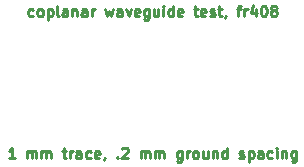
<source format=gbr>
G04 #@! TF.FileFunction,Legend,Top*
%FSLAX46Y46*%
G04 Gerber Fmt 4.6, Leading zero omitted, Abs format (unit mm)*
G04 Created by KiCad (PCBNEW 4.0.2-stable) date Mon Jul  4 16:25:18 2016*
%MOMM*%
G01*
G04 APERTURE LIST*
%ADD10C,0.100000*%
%ADD11C,0.225000*%
G04 APERTURE END LIST*
D10*
D11*
X127321428Y-96407143D02*
X126807143Y-96407143D01*
X127064285Y-96407143D02*
X127064285Y-95507143D01*
X126978571Y-95635714D01*
X126892857Y-95721429D01*
X126807143Y-95764286D01*
X128392857Y-96407143D02*
X128392857Y-95807143D01*
X128392857Y-95892857D02*
X128435714Y-95850000D01*
X128521428Y-95807143D01*
X128650000Y-95807143D01*
X128735714Y-95850000D01*
X128778571Y-95935714D01*
X128778571Y-96407143D01*
X128778571Y-95935714D02*
X128821428Y-95850000D01*
X128907142Y-95807143D01*
X129035714Y-95807143D01*
X129121428Y-95850000D01*
X129164285Y-95935714D01*
X129164285Y-96407143D01*
X129592857Y-96407143D02*
X129592857Y-95807143D01*
X129592857Y-95892857D02*
X129635714Y-95850000D01*
X129721428Y-95807143D01*
X129850000Y-95807143D01*
X129935714Y-95850000D01*
X129978571Y-95935714D01*
X129978571Y-96407143D01*
X129978571Y-95935714D02*
X130021428Y-95850000D01*
X130107142Y-95807143D01*
X130235714Y-95807143D01*
X130321428Y-95850000D01*
X130364285Y-95935714D01*
X130364285Y-96407143D01*
X131349999Y-95807143D02*
X131692856Y-95807143D01*
X131478571Y-95507143D02*
X131478571Y-96278571D01*
X131521428Y-96364286D01*
X131607142Y-96407143D01*
X131692856Y-96407143D01*
X131992857Y-96407143D02*
X131992857Y-95807143D01*
X131992857Y-95978571D02*
X132035714Y-95892857D01*
X132078571Y-95850000D01*
X132164285Y-95807143D01*
X132250000Y-95807143D01*
X132935714Y-96407143D02*
X132935714Y-95935714D01*
X132892857Y-95850000D01*
X132807143Y-95807143D01*
X132635714Y-95807143D01*
X132550000Y-95850000D01*
X132935714Y-96364286D02*
X132850000Y-96407143D01*
X132635714Y-96407143D01*
X132550000Y-96364286D01*
X132507143Y-96278571D01*
X132507143Y-96192857D01*
X132550000Y-96107143D01*
X132635714Y-96064286D01*
X132850000Y-96064286D01*
X132935714Y-96021429D01*
X133750000Y-96364286D02*
X133664286Y-96407143D01*
X133492857Y-96407143D01*
X133407143Y-96364286D01*
X133364286Y-96321429D01*
X133321429Y-96235714D01*
X133321429Y-95978571D01*
X133364286Y-95892857D01*
X133407143Y-95850000D01*
X133492857Y-95807143D01*
X133664286Y-95807143D01*
X133750000Y-95850000D01*
X134478572Y-96364286D02*
X134392858Y-96407143D01*
X134221429Y-96407143D01*
X134135715Y-96364286D01*
X134092858Y-96278571D01*
X134092858Y-95935714D01*
X134135715Y-95850000D01*
X134221429Y-95807143D01*
X134392858Y-95807143D01*
X134478572Y-95850000D01*
X134521429Y-95935714D01*
X134521429Y-96021429D01*
X134092858Y-96107143D01*
X134950001Y-96364286D02*
X134950001Y-96407143D01*
X134907144Y-96492857D01*
X134864287Y-96535714D01*
X136021429Y-96321429D02*
X136064286Y-96364286D01*
X136021429Y-96407143D01*
X135978572Y-96364286D01*
X136021429Y-96321429D01*
X136021429Y-96407143D01*
X136407143Y-95592857D02*
X136450000Y-95550000D01*
X136535714Y-95507143D01*
X136750000Y-95507143D01*
X136835714Y-95550000D01*
X136878571Y-95592857D01*
X136921428Y-95678571D01*
X136921428Y-95764286D01*
X136878571Y-95892857D01*
X136364285Y-96407143D01*
X136921428Y-96407143D01*
X137992857Y-96407143D02*
X137992857Y-95807143D01*
X137992857Y-95892857D02*
X138035714Y-95850000D01*
X138121428Y-95807143D01*
X138250000Y-95807143D01*
X138335714Y-95850000D01*
X138378571Y-95935714D01*
X138378571Y-96407143D01*
X138378571Y-95935714D02*
X138421428Y-95850000D01*
X138507142Y-95807143D01*
X138635714Y-95807143D01*
X138721428Y-95850000D01*
X138764285Y-95935714D01*
X138764285Y-96407143D01*
X139192857Y-96407143D02*
X139192857Y-95807143D01*
X139192857Y-95892857D02*
X139235714Y-95850000D01*
X139321428Y-95807143D01*
X139450000Y-95807143D01*
X139535714Y-95850000D01*
X139578571Y-95935714D01*
X139578571Y-96407143D01*
X139578571Y-95935714D02*
X139621428Y-95850000D01*
X139707142Y-95807143D01*
X139835714Y-95807143D01*
X139921428Y-95850000D01*
X139964285Y-95935714D01*
X139964285Y-96407143D01*
X141464285Y-95807143D02*
X141464285Y-96535714D01*
X141421428Y-96621429D01*
X141378571Y-96664286D01*
X141292856Y-96707143D01*
X141164285Y-96707143D01*
X141078571Y-96664286D01*
X141464285Y-96364286D02*
X141378571Y-96407143D01*
X141207142Y-96407143D01*
X141121428Y-96364286D01*
X141078571Y-96321429D01*
X141035714Y-96235714D01*
X141035714Y-95978571D01*
X141078571Y-95892857D01*
X141121428Y-95850000D01*
X141207142Y-95807143D01*
X141378571Y-95807143D01*
X141464285Y-95850000D01*
X141892857Y-96407143D02*
X141892857Y-95807143D01*
X141892857Y-95978571D02*
X141935714Y-95892857D01*
X141978571Y-95850000D01*
X142064285Y-95807143D01*
X142150000Y-95807143D01*
X142578571Y-96407143D02*
X142492857Y-96364286D01*
X142450000Y-96321429D01*
X142407143Y-96235714D01*
X142407143Y-95978571D01*
X142450000Y-95892857D01*
X142492857Y-95850000D01*
X142578571Y-95807143D01*
X142707143Y-95807143D01*
X142792857Y-95850000D01*
X142835714Y-95892857D01*
X142878571Y-95978571D01*
X142878571Y-96235714D01*
X142835714Y-96321429D01*
X142792857Y-96364286D01*
X142707143Y-96407143D01*
X142578571Y-96407143D01*
X143650000Y-95807143D02*
X143650000Y-96407143D01*
X143264286Y-95807143D02*
X143264286Y-96278571D01*
X143307143Y-96364286D01*
X143392857Y-96407143D01*
X143521429Y-96407143D01*
X143607143Y-96364286D01*
X143650000Y-96321429D01*
X144078572Y-95807143D02*
X144078572Y-96407143D01*
X144078572Y-95892857D02*
X144121429Y-95850000D01*
X144207143Y-95807143D01*
X144335715Y-95807143D01*
X144421429Y-95850000D01*
X144464286Y-95935714D01*
X144464286Y-96407143D01*
X145278572Y-96407143D02*
X145278572Y-95507143D01*
X145278572Y-96364286D02*
X145192858Y-96407143D01*
X145021429Y-96407143D01*
X144935715Y-96364286D01*
X144892858Y-96321429D01*
X144850001Y-96235714D01*
X144850001Y-95978571D01*
X144892858Y-95892857D01*
X144935715Y-95850000D01*
X145021429Y-95807143D01*
X145192858Y-95807143D01*
X145278572Y-95850000D01*
X146350001Y-96364286D02*
X146435715Y-96407143D01*
X146607143Y-96407143D01*
X146692858Y-96364286D01*
X146735715Y-96278571D01*
X146735715Y-96235714D01*
X146692858Y-96150000D01*
X146607143Y-96107143D01*
X146478572Y-96107143D01*
X146392858Y-96064286D01*
X146350001Y-95978571D01*
X146350001Y-95935714D01*
X146392858Y-95850000D01*
X146478572Y-95807143D01*
X146607143Y-95807143D01*
X146692858Y-95850000D01*
X147121429Y-95807143D02*
X147121429Y-96707143D01*
X147121429Y-95850000D02*
X147207143Y-95807143D01*
X147378572Y-95807143D01*
X147464286Y-95850000D01*
X147507143Y-95892857D01*
X147550000Y-95978571D01*
X147550000Y-96235714D01*
X147507143Y-96321429D01*
X147464286Y-96364286D01*
X147378572Y-96407143D01*
X147207143Y-96407143D01*
X147121429Y-96364286D01*
X148321429Y-96407143D02*
X148321429Y-95935714D01*
X148278572Y-95850000D01*
X148192858Y-95807143D01*
X148021429Y-95807143D01*
X147935715Y-95850000D01*
X148321429Y-96364286D02*
X148235715Y-96407143D01*
X148021429Y-96407143D01*
X147935715Y-96364286D01*
X147892858Y-96278571D01*
X147892858Y-96192857D01*
X147935715Y-96107143D01*
X148021429Y-96064286D01*
X148235715Y-96064286D01*
X148321429Y-96021429D01*
X149135715Y-96364286D02*
X149050001Y-96407143D01*
X148878572Y-96407143D01*
X148792858Y-96364286D01*
X148750001Y-96321429D01*
X148707144Y-96235714D01*
X148707144Y-95978571D01*
X148750001Y-95892857D01*
X148792858Y-95850000D01*
X148878572Y-95807143D01*
X149050001Y-95807143D01*
X149135715Y-95850000D01*
X149521430Y-96407143D02*
X149521430Y-95807143D01*
X149521430Y-95507143D02*
X149478573Y-95550000D01*
X149521430Y-95592857D01*
X149564287Y-95550000D01*
X149521430Y-95507143D01*
X149521430Y-95592857D01*
X149950001Y-95807143D02*
X149950001Y-96407143D01*
X149950001Y-95892857D02*
X149992858Y-95850000D01*
X150078572Y-95807143D01*
X150207144Y-95807143D01*
X150292858Y-95850000D01*
X150335715Y-95935714D01*
X150335715Y-96407143D01*
X151150001Y-95807143D02*
X151150001Y-96535714D01*
X151107144Y-96621429D01*
X151064287Y-96664286D01*
X150978572Y-96707143D01*
X150850001Y-96707143D01*
X150764287Y-96664286D01*
X151150001Y-96364286D02*
X151064287Y-96407143D01*
X150892858Y-96407143D01*
X150807144Y-96364286D01*
X150764287Y-96321429D01*
X150721430Y-96235714D01*
X150721430Y-95978571D01*
X150764287Y-95892857D01*
X150807144Y-95850000D01*
X150892858Y-95807143D01*
X151064287Y-95807143D01*
X151150001Y-95850000D01*
X128907141Y-84364286D02*
X128821427Y-84407143D01*
X128649998Y-84407143D01*
X128564284Y-84364286D01*
X128521427Y-84321429D01*
X128478570Y-84235714D01*
X128478570Y-83978571D01*
X128521427Y-83892857D01*
X128564284Y-83850000D01*
X128649998Y-83807143D01*
X128821427Y-83807143D01*
X128907141Y-83850000D01*
X129421427Y-84407143D02*
X129335713Y-84364286D01*
X129292856Y-84321429D01*
X129249999Y-84235714D01*
X129249999Y-83978571D01*
X129292856Y-83892857D01*
X129335713Y-83850000D01*
X129421427Y-83807143D01*
X129549999Y-83807143D01*
X129635713Y-83850000D01*
X129678570Y-83892857D01*
X129721427Y-83978571D01*
X129721427Y-84235714D01*
X129678570Y-84321429D01*
X129635713Y-84364286D01*
X129549999Y-84407143D01*
X129421427Y-84407143D01*
X130107142Y-83807143D02*
X130107142Y-84707143D01*
X130107142Y-83850000D02*
X130192856Y-83807143D01*
X130364285Y-83807143D01*
X130449999Y-83850000D01*
X130492856Y-83892857D01*
X130535713Y-83978571D01*
X130535713Y-84235714D01*
X130492856Y-84321429D01*
X130449999Y-84364286D01*
X130364285Y-84407143D01*
X130192856Y-84407143D01*
X130107142Y-84364286D01*
X131049999Y-84407143D02*
X130964285Y-84364286D01*
X130921428Y-84278571D01*
X130921428Y-83507143D01*
X131778571Y-84407143D02*
X131778571Y-83935714D01*
X131735714Y-83850000D01*
X131650000Y-83807143D01*
X131478571Y-83807143D01*
X131392857Y-83850000D01*
X131778571Y-84364286D02*
X131692857Y-84407143D01*
X131478571Y-84407143D01*
X131392857Y-84364286D01*
X131350000Y-84278571D01*
X131350000Y-84192857D01*
X131392857Y-84107143D01*
X131478571Y-84064286D01*
X131692857Y-84064286D01*
X131778571Y-84021429D01*
X132207143Y-83807143D02*
X132207143Y-84407143D01*
X132207143Y-83892857D02*
X132250000Y-83850000D01*
X132335714Y-83807143D01*
X132464286Y-83807143D01*
X132550000Y-83850000D01*
X132592857Y-83935714D01*
X132592857Y-84407143D01*
X133407143Y-84407143D02*
X133407143Y-83935714D01*
X133364286Y-83850000D01*
X133278572Y-83807143D01*
X133107143Y-83807143D01*
X133021429Y-83850000D01*
X133407143Y-84364286D02*
X133321429Y-84407143D01*
X133107143Y-84407143D01*
X133021429Y-84364286D01*
X132978572Y-84278571D01*
X132978572Y-84192857D01*
X133021429Y-84107143D01*
X133107143Y-84064286D01*
X133321429Y-84064286D01*
X133407143Y-84021429D01*
X133835715Y-84407143D02*
X133835715Y-83807143D01*
X133835715Y-83978571D02*
X133878572Y-83892857D01*
X133921429Y-83850000D01*
X134007143Y-83807143D01*
X134092858Y-83807143D01*
X134992857Y-83807143D02*
X135164286Y-84407143D01*
X135335715Y-83978571D01*
X135507143Y-84407143D01*
X135678572Y-83807143D01*
X136407143Y-84407143D02*
X136407143Y-83935714D01*
X136364286Y-83850000D01*
X136278572Y-83807143D01*
X136107143Y-83807143D01*
X136021429Y-83850000D01*
X136407143Y-84364286D02*
X136321429Y-84407143D01*
X136107143Y-84407143D01*
X136021429Y-84364286D01*
X135978572Y-84278571D01*
X135978572Y-84192857D01*
X136021429Y-84107143D01*
X136107143Y-84064286D01*
X136321429Y-84064286D01*
X136407143Y-84021429D01*
X136750000Y-83807143D02*
X136964286Y-84407143D01*
X137178572Y-83807143D01*
X137864286Y-84364286D02*
X137778572Y-84407143D01*
X137607143Y-84407143D01*
X137521429Y-84364286D01*
X137478572Y-84278571D01*
X137478572Y-83935714D01*
X137521429Y-83850000D01*
X137607143Y-83807143D01*
X137778572Y-83807143D01*
X137864286Y-83850000D01*
X137907143Y-83935714D01*
X137907143Y-84021429D01*
X137478572Y-84107143D01*
X138678572Y-83807143D02*
X138678572Y-84535714D01*
X138635715Y-84621429D01*
X138592858Y-84664286D01*
X138507143Y-84707143D01*
X138378572Y-84707143D01*
X138292858Y-84664286D01*
X138678572Y-84364286D02*
X138592858Y-84407143D01*
X138421429Y-84407143D01*
X138335715Y-84364286D01*
X138292858Y-84321429D01*
X138250001Y-84235714D01*
X138250001Y-83978571D01*
X138292858Y-83892857D01*
X138335715Y-83850000D01*
X138421429Y-83807143D01*
X138592858Y-83807143D01*
X138678572Y-83850000D01*
X139492858Y-83807143D02*
X139492858Y-84407143D01*
X139107144Y-83807143D02*
X139107144Y-84278571D01*
X139150001Y-84364286D01*
X139235715Y-84407143D01*
X139364287Y-84407143D01*
X139450001Y-84364286D01*
X139492858Y-84321429D01*
X139921430Y-84407143D02*
X139921430Y-83807143D01*
X139921430Y-83507143D02*
X139878573Y-83550000D01*
X139921430Y-83592857D01*
X139964287Y-83550000D01*
X139921430Y-83507143D01*
X139921430Y-83592857D01*
X140735715Y-84407143D02*
X140735715Y-83507143D01*
X140735715Y-84364286D02*
X140650001Y-84407143D01*
X140478572Y-84407143D01*
X140392858Y-84364286D01*
X140350001Y-84321429D01*
X140307144Y-84235714D01*
X140307144Y-83978571D01*
X140350001Y-83892857D01*
X140392858Y-83850000D01*
X140478572Y-83807143D01*
X140650001Y-83807143D01*
X140735715Y-83850000D01*
X141507144Y-84364286D02*
X141421430Y-84407143D01*
X141250001Y-84407143D01*
X141164287Y-84364286D01*
X141121430Y-84278571D01*
X141121430Y-83935714D01*
X141164287Y-83850000D01*
X141250001Y-83807143D01*
X141421430Y-83807143D01*
X141507144Y-83850000D01*
X141550001Y-83935714D01*
X141550001Y-84021429D01*
X141121430Y-84107143D01*
X142492858Y-83807143D02*
X142835715Y-83807143D01*
X142621430Y-83507143D02*
X142621430Y-84278571D01*
X142664287Y-84364286D01*
X142750001Y-84407143D01*
X142835715Y-84407143D01*
X143478573Y-84364286D02*
X143392859Y-84407143D01*
X143221430Y-84407143D01*
X143135716Y-84364286D01*
X143092859Y-84278571D01*
X143092859Y-83935714D01*
X143135716Y-83850000D01*
X143221430Y-83807143D01*
X143392859Y-83807143D01*
X143478573Y-83850000D01*
X143521430Y-83935714D01*
X143521430Y-84021429D01*
X143092859Y-84107143D01*
X143864288Y-84364286D02*
X143950002Y-84407143D01*
X144121430Y-84407143D01*
X144207145Y-84364286D01*
X144250002Y-84278571D01*
X144250002Y-84235714D01*
X144207145Y-84150000D01*
X144121430Y-84107143D01*
X143992859Y-84107143D01*
X143907145Y-84064286D01*
X143864288Y-83978571D01*
X143864288Y-83935714D01*
X143907145Y-83850000D01*
X143992859Y-83807143D01*
X144121430Y-83807143D01*
X144207145Y-83850000D01*
X144507144Y-83807143D02*
X144850001Y-83807143D01*
X144635716Y-83507143D02*
X144635716Y-84278571D01*
X144678573Y-84364286D01*
X144764287Y-84407143D01*
X144850001Y-84407143D01*
X145192859Y-84364286D02*
X145192859Y-84407143D01*
X145150002Y-84492857D01*
X145107145Y-84535714D01*
X146135715Y-83807143D02*
X146478572Y-83807143D01*
X146264287Y-84407143D02*
X146264287Y-83635714D01*
X146307144Y-83550000D01*
X146392858Y-83507143D01*
X146478572Y-83507143D01*
X146778573Y-84407143D02*
X146778573Y-83807143D01*
X146778573Y-83978571D02*
X146821430Y-83892857D01*
X146864287Y-83850000D01*
X146950001Y-83807143D01*
X147035716Y-83807143D01*
X147721430Y-83807143D02*
X147721430Y-84407143D01*
X147507144Y-83464286D02*
X147292859Y-84107143D01*
X147850001Y-84107143D01*
X148364287Y-83507143D02*
X148450002Y-83507143D01*
X148535716Y-83550000D01*
X148578573Y-83592857D01*
X148621430Y-83678571D01*
X148664287Y-83850000D01*
X148664287Y-84064286D01*
X148621430Y-84235714D01*
X148578573Y-84321429D01*
X148535716Y-84364286D01*
X148450002Y-84407143D01*
X148364287Y-84407143D01*
X148278573Y-84364286D01*
X148235716Y-84321429D01*
X148192859Y-84235714D01*
X148150002Y-84064286D01*
X148150002Y-83850000D01*
X148192859Y-83678571D01*
X148235716Y-83592857D01*
X148278573Y-83550000D01*
X148364287Y-83507143D01*
X149178573Y-83892857D02*
X149092859Y-83850000D01*
X149050002Y-83807143D01*
X149007145Y-83721429D01*
X149007145Y-83678571D01*
X149050002Y-83592857D01*
X149092859Y-83550000D01*
X149178573Y-83507143D01*
X149350002Y-83507143D01*
X149435716Y-83550000D01*
X149478573Y-83592857D01*
X149521430Y-83678571D01*
X149521430Y-83721429D01*
X149478573Y-83807143D01*
X149435716Y-83850000D01*
X149350002Y-83892857D01*
X149178573Y-83892857D01*
X149092859Y-83935714D01*
X149050002Y-83978571D01*
X149007145Y-84064286D01*
X149007145Y-84235714D01*
X149050002Y-84321429D01*
X149092859Y-84364286D01*
X149178573Y-84407143D01*
X149350002Y-84407143D01*
X149435716Y-84364286D01*
X149478573Y-84321429D01*
X149521430Y-84235714D01*
X149521430Y-84064286D01*
X149478573Y-83978571D01*
X149435716Y-83935714D01*
X149350002Y-83892857D01*
M02*

</source>
